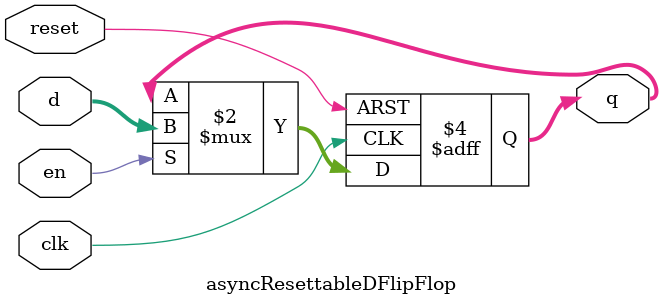
<source format=sv>
`timescale 1ns / 1ps

module asyncResettableDFlipFlop #(
    parameter WIDTH = 12
) (
    input  logic clk, reset, en,
    input  logic [WIDTH - 1:0] d,
    output logic [WIDTH - 1:0] q
);
    always_ff @(posedge clk, posedge reset) begin
        if      (reset) q <= 0;
        else if (en)    q <= d;
    end
endmodule
</source>
